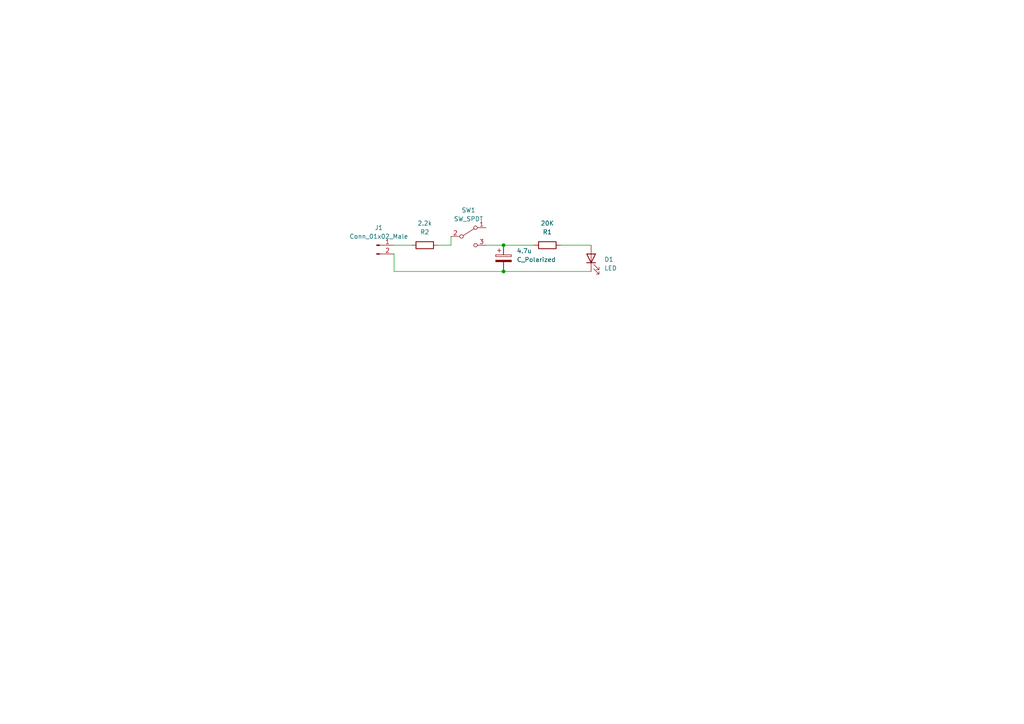
<source format=kicad_sch>
(kicad_sch (version 20211123) (generator eeschema)
  (paper "A4")
  (lib_symbols
    (symbol "Connector:Conn_01x02_Male" (pin_names (offset 1.016) hide)
      (property "Reference" "J" (at 0 2.54 0))
      (property "Value" "Conn_01x02_Male" (at 0 -5.08 0))
      (symbol "Conn_01x02_Male_1_1"
        (polyline (pts (xy 1.27 -2.54) (xy 0.8636 -2.54)) (stroke (width 0.1524)))
        (polyline (pts (xy 1.27 0) (xy 0.8636 0)) (stroke (width 0.1524)))
        (rectangle (start 0.8636 -2.413) (end 0 -2.667) (stroke (width 0.1524)) (fill (type outline)))
        (rectangle (start 0.8636 0.127) (end 0 -0.127) (stroke (width 0.1524)) (fill (type outline)))
        (pin passive line (at 5.08 0 180) (length 3.81) (name "Pin_1") (number "1"))
        (pin passive line (at 5.08 -2.54 180) (length 3.81) (name "Pin_2") (number "2"))
      )
    )
    (symbol "Device:C_Polarized" (pin_numbers hide) (pin_names (offset 0.254))
      (property "Reference" "C" (at 0.635 2.54 0))
      (property "Value" "C_Polarized" (at 0.635 -2.54 0))
      (symbol "C_Polarized_0_1"
        (rectangle (start -2.286 0.508) (end 2.286 1.016))
        (polyline (pts (xy -1.778 2.286) (xy -0.762 2.286)))
        (polyline (pts (xy -1.27 2.794) (xy -1.27 1.778)))
        (rectangle (start 2.286 -0.508) (end -2.286 -1.016) (fill (type outline)))
      )
      (symbol "C_Polarized_1_1"
        (pin passive line (at 0 3.81 270) (length 2.794) (name "~") (number "1"))
        (pin passive line (at 0 -3.81 90) (length 2.794) (name "~") (number "2"))
      )
    )
    (symbol "Device:LED" (pin_numbers hide) (pin_names (offset 1.016) hide)
      (property "Reference" "D" (at 0 2.54 0))
      (property "Value" "LED" (at 0 -2.54 0))
      (symbol "LED_0_1"
        (polyline (pts (xy -1.27 -1.27) (xy -1.27 1.27)) (stroke (width 0.254)))
        (polyline (pts (xy -1.27 0) (xy 1.27 0)))
        (polyline (pts (xy 1.27 -1.27) (xy 1.27 1.27) (xy -1.27 0) (xy 1.27 -1.27)) (stroke (width 0.254)))
        (polyline (pts (xy -3.048 -0.762) (xy -4.572 -2.286) (xy -3.81 -2.286) (xy -4.572 -2.286) (xy -4.572 -1.524)))
        (polyline (pts (xy -1.778 -0.762) (xy -3.302 -2.286) (xy -2.54 -2.286) (xy -3.302 -2.286) (xy -3.302 -1.524)))
      )
      (symbol "LED_1_1"
        (pin passive line (at -3.81 0 0) (length 2.54) (name "K") (number "1"))
        (pin passive line (at 3.81 0 180) (length 2.54) (name "A") (number "2"))
      )
    )
    (symbol "Device:R" (pin_numbers hide) (pin_names (offset 0))
      (property "Reference" "R" (at 2.032 0 90))
      (property "Value" "R" (at 0 0 90))
      (symbol "R_0_1"
        (rectangle (start -1.016 -2.54) (end 1.016 2.54) (stroke (width 0.254)))
      )
      (symbol "R_1_1"
        (pin passive line (at 0 3.81 270) (length 1.27) (name "~") (number "1"))
        (pin passive line (at 0 -3.81 90) (length 1.27) (name "~") (number "2"))
      )
    )
    (symbol "Switch:SW_SPDT" (pin_names (offset 0) hide)
      (property "Reference" "SW" (at 0 4.318 0))
      (property "Value" "SW_SPDT" (at 0 -5.08 0))
      (symbol "SW_SPDT_0_0"
        (circle (center -2.032 0) (radius 0.508))
        (circle (center 2.032 -2.54) (radius 0.508))
      )
      (symbol "SW_SPDT_0_1"
        (polyline (pts (xy -1.524 0.254) (xy 1.651 2.286)))
        (circle (center 2.032 2.54) (radius 0.508))
      )
      (symbol "SW_SPDT_1_1"
        (pin passive line (at 5.08 2.54 180) (length 2.54) (name "A") (number "1"))
        (pin passive line (at -5.08 0 0) (length 2.54) (name "B") (number "2"))
        (pin passive line (at 5.08 -2.54 180) (length 2.54) (name "C") (number "3"))
      )
    )
  )
  (junction (at 146.05 78.74))
  (junction (at 146.05 71.12))
  (wire (pts (xy 171.45 71.12) (xy 162.56 71.12)))
  (wire (pts (xy 146.05 71.12) (xy 154.94 71.12)))
  (wire (pts (xy 146.05 78.74) (xy 171.45 78.74)))
  (wire (pts (xy 130.81 68.58) (xy 130.81 71.12)))
  (wire (pts (xy 127 71.12) (xy 130.81 71.12)))
  (wire (pts (xy 114.3 78.74) (xy 114.3 73.66)))
  (wire (pts (xy 114.3 78.74) (xy 146.05 78.74)))
  (wire (pts (xy 114.3 71.12) (xy 119.38 71.12)))
  (wire (pts (xy 140.97 71.12) (xy 146.05 71.12)))
  (symbol (lib_id "Device:LED") (at 171.45 74.93 90) (unit 1)
    (property "Reference" "D1" (at 175.26 75.2474 90) (effects (justify right)))
    (property "Value" "LED" (at 175.26 77.7874 90) (effects (justify right)))
  )
  (symbol (lib_id "Device:R") (at 158.75 71.12 90) (unit 1)
    (property "Reference" "20K" (at 158.75 64.77 90))
    (property "Value" "R1" (at 158.75 67.31 90))
  )
  (symbol (lib_id "Device:R") (at 123.19 71.12 90) (unit 1)
    (property "Reference" "2.2k" (at 123.19 64.77 90))
    (property "Value" "R2" (at 123.19 67.31 90))
  )
  (symbol (lib_id "Device:C_Polarized") (at 146.05 74.93 0) (unit 1)
    (property "Reference" "4.7u" (at 149.86 72.7709 0) (effects (justify left)))
    (property "Value" "C_Polarized" (at 149.86 75.3109 0) (effects (justify left)))
  )
  (symbol (lib_id "Connector:Conn_01x02_Male") (at 109.22 71.12 0) (unit 1)
    (property "Reference" "J1" (at 109.855 66.04 0))
    (property "Value" "Conn_01x02_Male" (at 109.855 68.58 0))
  )
  (symbol (lib_id "Switch:SW_SPDT") (at 135.89 68.58 0) (unit 1)
    (property "Reference" "SW1" (at 135.89 60.96 0))
    (property "Value" "SW_SPDT" (at 135.89 63.5 0))
  )
)
</source>
